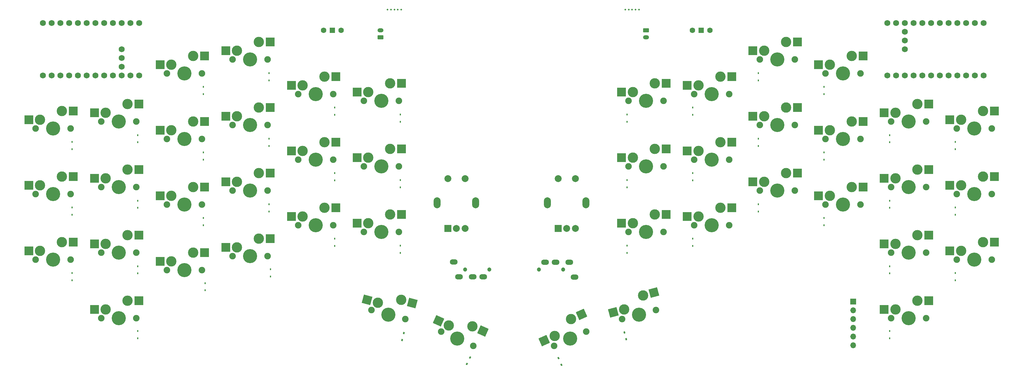
<source format=gbs>
%TF.GenerationSoftware,KiCad,Pcbnew,8.0.3*%
%TF.CreationDate,2025-01-04T16:23:02+09:00*%
%TF.ProjectId,manjaro_mx,6d616e6a-6172-46f5-9f6d-782e6b696361,rev?*%
%TF.SameCoordinates,Original*%
%TF.FileFunction,Soldermask,Bot*%
%TF.FilePolarity,Negative*%
%FSLAX46Y46*%
G04 Gerber Fmt 4.6, Leading zero omitted, Abs format (unit mm)*
G04 Created by KiCad (PCBNEW 8.0.3) date 2025-01-04 16:23:02*
%MOMM*%
%LPD*%
G01*
G04 APERTURE LIST*
G04 Aperture macros list*
%AMRoundRect*
0 Rectangle with rounded corners*
0 $1 Rounding radius*
0 $2 $3 $4 $5 $6 $7 $8 $9 X,Y pos of 4 corners*
0 Add a 4 corners polygon primitive as box body*
4,1,4,$2,$3,$4,$5,$6,$7,$8,$9,$2,$3,0*
0 Add four circle primitives for the rounded corners*
1,1,$1+$1,$2,$3*
1,1,$1+$1,$4,$5*
1,1,$1+$1,$6,$7*
1,1,$1+$1,$8,$9*
0 Add four rect primitives between the rounded corners*
20,1,$1+$1,$2,$3,$4,$5,0*
20,1,$1+$1,$4,$5,$6,$7,0*
20,1,$1+$1,$6,$7,$8,$9,0*
20,1,$1+$1,$8,$9,$2,$3,0*%
%AMRotRect*
0 Rectangle, with rotation*
0 The origin of the aperture is its center*
0 $1 length*
0 $2 width*
0 $3 Rotation angle, in degrees counterclockwise*
0 Add horizontal line*
21,1,$1,$2,0,0,$3*%
G04 Aperture macros list end*
%ADD10R,1.500000X1.500000*%
%ADD11C,1.600000*%
%ADD12C,1.200000*%
%ADD13O,2.300000X1.500000*%
%ADD14C,0.500000*%
%ADD15RoundRect,0.250000X0.625000X-0.350000X0.625000X0.350000X-0.625000X0.350000X-0.625000X-0.350000X0*%
%ADD16O,1.750000X1.200000*%
%ADD17R,1.700000X1.700000*%
%ADD18O,1.700000X1.700000*%
%ADD19C,1.752600*%
%ADD20O,2.000000X3.200000*%
%ADD21R,2.000000X2.000000*%
%ADD22C,2.000000*%
%ADD23RoundRect,0.250000X-0.625000X0.350000X-0.625000X-0.350000X0.625000X-0.350000X0.625000X0.350000X0*%
%ADD24R,0.450000X0.600000*%
%ADD25C,1.900000*%
%ADD26C,3.000000*%
%ADD27C,4.100000*%
%ADD28R,2.550000X2.500000*%
%ADD29RotRect,0.600000X0.450000X75.000000*%
%ADD30RotRect,2.550000X2.500000X24.000000*%
%ADD31RotRect,2.550000X2.500000X15.000000*%
%ADD32RotRect,0.600000X0.450000X66.000000*%
%ADD33RotRect,0.600000X0.450000X105.000000*%
%ADD34RotRect,0.600000X0.450000X114.000000*%
%ADD35RotRect,2.550000X2.500000X345.000000*%
%ADD36RotRect,2.550000X2.500000X336.000000*%
G04 APERTURE END LIST*
D10*
%TO.C,PowerSW1*%
X125000000Y-48500000D03*
D11*
X127540000Y-48500000D03*
X122460000Y-48500000D03*
%TD*%
D12*
%TO.C,J2*%
X170550000Y-118000000D03*
X163550000Y-118000000D03*
D13*
X160250000Y-115850000D03*
X168750000Y-120150000D03*
X165750000Y-120150000D03*
X161750000Y-120150000D03*
%TD*%
D14*
%TO.C,*%
X145000000Y-42500000D03*
%TD*%
%TO.C,*%
X144000000Y-42500000D03*
%TD*%
%TO.C,*%
X142000000Y-42500000D03*
%TD*%
%TO.C,*%
X141000000Y-42500000D03*
%TD*%
D15*
%TO.C,BT1*%
X139000000Y-50500000D03*
D16*
X139000000Y-48500000D03*
%TD*%
D17*
%TO.C,rJ3*%
X276150000Y-127340000D03*
D18*
X276150000Y-129880000D03*
X276150000Y-132420000D03*
X276150000Y-134960000D03*
X276150000Y-137500000D03*
X276150000Y-140040000D03*
%TD*%
D10*
%TO.C,rPowerSW1*%
X232050000Y-48500000D03*
D11*
X229510000Y-48500000D03*
X234590000Y-48500000D03*
%TD*%
D14*
%TO.C,*%
X210000000Y-42500000D03*
%TD*%
%TO.C,*%
X211000000Y-42500000D03*
%TD*%
%TO.C,*%
X212000000Y-42500000D03*
%TD*%
D19*
%TO.C,rU1*%
X313970000Y-46380000D03*
X311430000Y-46380000D03*
X308890000Y-46380000D03*
X306350000Y-46380000D03*
X303810000Y-46380000D03*
X301270000Y-46380000D03*
X298730000Y-46380000D03*
X296190000Y-46380000D03*
X293650000Y-46380000D03*
X291110000Y-46380000D03*
X288570000Y-46380000D03*
X286030000Y-46380000D03*
X286030000Y-61620000D03*
X288570000Y-61620000D03*
X291110000Y-61620000D03*
X293650000Y-61620000D03*
X296190000Y-61620000D03*
X298730000Y-61620000D03*
X301270000Y-61620000D03*
X303810000Y-61620000D03*
X306350000Y-61620000D03*
X308890000Y-61620000D03*
X311430000Y-61620000D03*
X313970000Y-61620000D03*
X291110000Y-48920000D03*
X291110000Y-51460000D03*
X291110000Y-54000000D03*
%TD*%
D20*
%TO.C,rEXSW1*%
X187400000Y-98600000D03*
X198600000Y-98600000D03*
D21*
X190500000Y-106100000D03*
D22*
X195500000Y-106100000D03*
X193000000Y-106100000D03*
X195500000Y-91600000D03*
X190500000Y-91600000D03*
%TD*%
D19*
%TO.C,U1*%
X41030000Y-61620000D03*
X43570000Y-61620000D03*
X46110000Y-61620000D03*
X48650000Y-61620000D03*
X51190000Y-61620000D03*
X53730000Y-61620000D03*
X56270000Y-61620000D03*
X58810000Y-61620000D03*
X61350000Y-61620000D03*
X63890000Y-61620000D03*
X66430000Y-61620000D03*
X68970000Y-61620000D03*
X68970000Y-46380000D03*
X66430000Y-46380000D03*
X63890000Y-46380000D03*
X61350000Y-46380000D03*
X58810000Y-46380000D03*
X56270000Y-46380000D03*
X53730000Y-46380000D03*
X51190000Y-46380000D03*
X48650000Y-46380000D03*
X46110000Y-46380000D03*
X43570000Y-46380000D03*
X41030000Y-46380000D03*
X63890000Y-59080000D03*
X63890000Y-56540000D03*
X63890000Y-54000000D03*
%TD*%
D20*
%TO.C,EXSW1*%
X155400000Y-98600000D03*
X166600000Y-98600000D03*
D21*
X158500000Y-106100000D03*
D22*
X163500000Y-106100000D03*
X161000000Y-106100000D03*
X163500000Y-91600000D03*
X158500000Y-91600000D03*
%TD*%
D23*
%TO.C,rBT1*%
X216000000Y-48500000D03*
D16*
X216000000Y-50500000D03*
%TD*%
D14*
%TO.C,*%
X213000000Y-42500000D03*
%TD*%
%TO.C,*%
X143000000Y-42500000D03*
%TD*%
D12*
%TO.C,rJ2*%
X184950000Y-118050000D03*
X191950000Y-118050000D03*
D13*
X195250000Y-120200000D03*
X186750000Y-115900000D03*
X189750000Y-115900000D03*
X193750000Y-115900000D03*
%TD*%
D14*
%TO.C,*%
X214000000Y-42500000D03*
%TD*%
D24*
%TO.C,D7*%
X144750000Y-94100000D03*
X144750000Y-92000000D03*
%TD*%
D25*
%TO.C,rSW13*%
X221080000Y-107100000D03*
D26*
X218540000Y-102020000D03*
D27*
X216000000Y-107100000D03*
D26*
X212190000Y-104560000D03*
D25*
X210920000Y-107100000D03*
D28*
X208915000Y-104560000D03*
X221842000Y-102020000D03*
%TD*%
D24*
%TO.C,D9*%
X106650000Y-82100000D03*
X106650000Y-80000000D03*
%TD*%
D25*
%TO.C,rSW2*%
X240130000Y-67000000D03*
D26*
X237590000Y-61920000D03*
D27*
X235050000Y-67000000D03*
D26*
X231240000Y-64460000D03*
D25*
X229970000Y-67000000D03*
D28*
X227965000Y-64460000D03*
X240892000Y-61920000D03*
%TD*%
D25*
%TO.C,rSW5*%
X297280000Y-75000000D03*
D26*
X294740000Y-69920000D03*
D27*
X292200000Y-75000000D03*
D26*
X288390000Y-72460000D03*
D25*
X287120000Y-75000000D03*
D28*
X285115000Y-72460000D03*
X298042000Y-69920000D03*
%TD*%
D24*
%TO.C,D16*%
X87600000Y-105150000D03*
X87600000Y-103050000D03*
%TD*%
D25*
%TO.C,rSW14*%
X240130000Y-105100000D03*
D26*
X237590000Y-100020000D03*
D27*
X235050000Y-105100000D03*
D26*
X231240000Y-102560000D03*
D25*
X229970000Y-105100000D03*
D28*
X227965000Y-102560000D03*
X240892000Y-100020000D03*
%TD*%
D24*
%TO.C,rD1*%
X210500000Y-75050000D03*
X210500000Y-72950000D03*
%TD*%
D25*
%TO.C,rSW15*%
X259180000Y-95100000D03*
D26*
X256640000Y-90020000D03*
D27*
X254100000Y-95100000D03*
D26*
X250290000Y-92560000D03*
D25*
X249020000Y-95100000D03*
D28*
X247015000Y-92560000D03*
X259942000Y-90020000D03*
%TD*%
D25*
%TO.C,rSW21*%
X297280000Y-132150000D03*
D26*
X294740000Y-127070000D03*
D27*
X292200000Y-132150000D03*
D26*
X288390000Y-129610000D03*
D25*
X287120000Y-132150000D03*
D28*
X285115000Y-129610000D03*
X298042000Y-127070000D03*
%TD*%
D24*
%TO.C,rD3*%
X248600000Y-63050000D03*
X248600000Y-60950000D03*
%TD*%
%TO.C,D23*%
X68550000Y-138000000D03*
X68550000Y-135900000D03*
%TD*%
%TO.C,rD15*%
X248600000Y-101150000D03*
X248600000Y-99050000D03*
%TD*%
%TO.C,rD13*%
X210500000Y-113150000D03*
X210500000Y-111050000D03*
%TD*%
D25*
%TO.C,rSW8*%
X240130000Y-86050000D03*
D26*
X237590000Y-80970000D03*
D27*
X235050000Y-86050000D03*
D26*
X231240000Y-83510000D03*
D25*
X229970000Y-86050000D03*
D28*
X227965000Y-83510000D03*
X240892000Y-80970000D03*
%TD*%
D24*
%TO.C,D15*%
X106650000Y-101150000D03*
X106650000Y-99050000D03*
%TD*%
D25*
%TO.C,SW15*%
X106230000Y-95100000D03*
D26*
X103690000Y-90020000D03*
D27*
X101150000Y-95100000D03*
D26*
X97340000Y-92560000D03*
D25*
X96070000Y-95100000D03*
D28*
X94065000Y-92560000D03*
X106992000Y-90020000D03*
%TD*%
D25*
%TO.C,SW10*%
X87180000Y-80050000D03*
D26*
X84640000Y-74970000D03*
D27*
X82100000Y-80050000D03*
D26*
X78290000Y-77510000D03*
D25*
X77020000Y-80050000D03*
D28*
X75015000Y-77510000D03*
X87942000Y-74970000D03*
%TD*%
D25*
%TO.C,SW21*%
X106230000Y-114150000D03*
D26*
X103690000Y-109070000D03*
D27*
X101150000Y-114150000D03*
D26*
X97340000Y-111610000D03*
D25*
X96070000Y-114150000D03*
D28*
X94065000Y-111610000D03*
X106992000Y-109070000D03*
%TD*%
D24*
%TO.C,rD16*%
X267650000Y-105150000D03*
X267650000Y-103050000D03*
%TD*%
D25*
%TO.C,SW16*%
X87180000Y-99100000D03*
D26*
X84640000Y-94020000D03*
D27*
X82100000Y-99100000D03*
D26*
X78290000Y-96560000D03*
D25*
X77020000Y-99100000D03*
D28*
X75015000Y-96560000D03*
X87942000Y-94020000D03*
%TD*%
D25*
%TO.C,rSW4*%
X278230000Y-61000000D03*
D26*
X275690000Y-55920000D03*
D27*
X273150000Y-61000000D03*
D26*
X269340000Y-58460000D03*
D25*
X268070000Y-61000000D03*
D28*
X266065000Y-58460000D03*
X278992000Y-55920000D03*
%TD*%
D24*
%TO.C,D18*%
X49500000Y-121150000D03*
X49500000Y-119050000D03*
%TD*%
D29*
%TO.C,D20*%
X145228240Y-138514222D03*
X145771760Y-136485778D03*
%TD*%
D25*
%TO.C,SW22*%
X87180000Y-118150000D03*
D26*
X84640000Y-113070000D03*
D27*
X82100000Y-118150000D03*
D26*
X78290000Y-115610000D03*
D25*
X77020000Y-118150000D03*
D28*
X75015000Y-115610000D03*
X87942000Y-113070000D03*
%TD*%
D24*
%TO.C,D1*%
X144750000Y-75050000D03*
X144750000Y-72950000D03*
%TD*%
D25*
%TO.C,rSW18*%
X316330000Y-115100000D03*
D26*
X313790000Y-110020000D03*
D27*
X311250000Y-115100000D03*
D26*
X307440000Y-112560000D03*
D25*
X306170000Y-115100000D03*
D28*
X304165000Y-112560000D03*
X317092000Y-110020000D03*
%TD*%
D24*
%TO.C,rD11*%
X286700000Y-100100000D03*
X286700000Y-98000000D03*
%TD*%
D25*
%TO.C,rSW1*%
X221080000Y-69000000D03*
D26*
X218540000Y-63920000D03*
D27*
X216000000Y-69000000D03*
D26*
X212190000Y-66460000D03*
D25*
X210920000Y-69000000D03*
D28*
X208915000Y-66460000D03*
X221842000Y-63920000D03*
%TD*%
D24*
%TO.C,rD7*%
X210500000Y-94100000D03*
X210500000Y-92000000D03*
%TD*%
D25*
%TO.C,rSW10*%
X278230000Y-80050000D03*
D26*
X275690000Y-74970000D03*
D27*
X273150000Y-80050000D03*
D26*
X269340000Y-77510000D03*
D25*
X268070000Y-80050000D03*
D28*
X266065000Y-77510000D03*
X278992000Y-74970000D03*
%TD*%
D24*
%TO.C,rD8*%
X229550000Y-92100000D03*
X229550000Y-90000000D03*
%TD*%
%TO.C,D21*%
X107050000Y-120050000D03*
X107050000Y-117950000D03*
%TD*%
D25*
%TO.C,SW3*%
X106230000Y-57000000D03*
D26*
X103690000Y-51920000D03*
D27*
X101150000Y-57000000D03*
D26*
X97340000Y-54460000D03*
D25*
X96070000Y-57000000D03*
D28*
X94065000Y-54460000D03*
X106992000Y-51920000D03*
%TD*%
D24*
%TO.C,D22*%
X88050000Y-124050000D03*
X88050000Y-121950000D03*
%TD*%
%TO.C,D14*%
X125700000Y-111150000D03*
X125700000Y-109050000D03*
%TD*%
D25*
%TO.C,SW9*%
X106230000Y-76050000D03*
D26*
X103690000Y-70970000D03*
D27*
X101150000Y-76050000D03*
D26*
X97340000Y-73510000D03*
D25*
X96070000Y-76050000D03*
D28*
X94065000Y-73510000D03*
X106992000Y-70970000D03*
%TD*%
D24*
%TO.C,D13*%
X144750000Y-113150000D03*
X144750000Y-111050000D03*
%TD*%
D25*
%TO.C,rSW19*%
X198640811Y-136033778D03*
D26*
X194254183Y-132426078D03*
D27*
X194000000Y-138100000D03*
D26*
X189486281Y-137329261D03*
D25*
X189359189Y-140166222D03*
D30*
X186494419Y-138661324D03*
X197270710Y-131083034D03*
%TD*%
D25*
%TO.C,SW6*%
X49080000Y-77000000D03*
D26*
X46540000Y-71920000D03*
D27*
X44000000Y-77000000D03*
D26*
X40190000Y-74460000D03*
D25*
X38920000Y-77000000D03*
D28*
X36915000Y-74460000D03*
X49842000Y-71920000D03*
%TD*%
D25*
%TO.C,rSW20*%
X218906903Y-129785200D03*
D26*
X215138650Y-125535696D03*
D27*
X214000000Y-131100000D03*
D26*
X209662422Y-129632649D03*
D25*
X209093097Y-132414800D03*
D31*
X206499015Y-130480281D03*
X218328138Y-124681076D03*
%TD*%
D32*
%TO.C,D19*%
X164072927Y-145459223D03*
X164927073Y-143540777D03*
%TD*%
D24*
%TO.C,rD21*%
X286700000Y-138000000D03*
X286700000Y-135900000D03*
%TD*%
D25*
%TO.C,SW5*%
X68130000Y-75000000D03*
D26*
X65590000Y-69920000D03*
D27*
X63050000Y-75000000D03*
D26*
X59240000Y-72460000D03*
D25*
X57970000Y-75000000D03*
D28*
X55965000Y-72460000D03*
X68892000Y-69920000D03*
%TD*%
D24*
%TO.C,rD4*%
X267650000Y-67050000D03*
X267650000Y-64950000D03*
%TD*%
D25*
%TO.C,SW23*%
X68130000Y-132150000D03*
D26*
X65590000Y-127070000D03*
D27*
X63050000Y-132150000D03*
D26*
X59240000Y-129610000D03*
D25*
X57970000Y-132150000D03*
D28*
X55965000Y-129610000D03*
X68892000Y-127070000D03*
%TD*%
D25*
%TO.C,SW18*%
X49080000Y-115100000D03*
D26*
X46540000Y-110020000D03*
D27*
X44000000Y-115100000D03*
D26*
X40190000Y-112560000D03*
D25*
X38920000Y-115100000D03*
D28*
X36915000Y-112560000D03*
X49842000Y-110020000D03*
%TD*%
D25*
%TO.C,rSW12*%
X316330000Y-96050000D03*
D26*
X313790000Y-90970000D03*
D27*
X311250000Y-96050000D03*
D26*
X307440000Y-93510000D03*
D25*
X306170000Y-96050000D03*
D28*
X304165000Y-93510000D03*
X317092000Y-90970000D03*
%TD*%
D25*
%TO.C,SW12*%
X49080000Y-96050000D03*
D26*
X46540000Y-90970000D03*
D27*
X44000000Y-96050000D03*
D26*
X40190000Y-93510000D03*
D25*
X38920000Y-96050000D03*
D28*
X36915000Y-93510000D03*
X49842000Y-90970000D03*
%TD*%
D24*
%TO.C,D3*%
X106650000Y-63050000D03*
X106650000Y-60950000D03*
%TD*%
%TO.C,rD9*%
X248600000Y-82100000D03*
X248600000Y-80000000D03*
%TD*%
D25*
%TO.C,rSW6*%
X316330000Y-77000000D03*
D26*
X313790000Y-71920000D03*
D27*
X311250000Y-77000000D03*
D26*
X307440000Y-74460000D03*
D25*
X306170000Y-77000000D03*
D28*
X304165000Y-74460000D03*
X317092000Y-71920000D03*
%TD*%
D25*
%TO.C,SW8*%
X125280000Y-86050000D03*
D26*
X122740000Y-80970000D03*
D27*
X120200000Y-86050000D03*
D26*
X116390000Y-83510000D03*
D25*
X115120000Y-86050000D03*
D28*
X113115000Y-83510000D03*
X126042000Y-80970000D03*
%TD*%
D25*
%TO.C,rSW16*%
X278230000Y-99100000D03*
D26*
X275690000Y-94020000D03*
D27*
X273150000Y-99100000D03*
D26*
X269340000Y-96560000D03*
D25*
X268070000Y-99100000D03*
D28*
X266065000Y-96560000D03*
X278992000Y-94020000D03*
%TD*%
D25*
%TO.C,SW7*%
X144330000Y-88050000D03*
D26*
X141790000Y-82970000D03*
D27*
X139250000Y-88050000D03*
D26*
X135440000Y-85510000D03*
D25*
X134170000Y-88050000D03*
D28*
X132165000Y-85510000D03*
X145092000Y-82970000D03*
%TD*%
D24*
%TO.C,D10*%
X87600000Y-86100000D03*
X87600000Y-84000000D03*
%TD*%
D25*
%TO.C,SW11*%
X68130000Y-94050000D03*
D26*
X65590000Y-88970000D03*
D27*
X63050000Y-94050000D03*
D26*
X59240000Y-91510000D03*
D25*
X57970000Y-94050000D03*
D28*
X55965000Y-91510000D03*
X68892000Y-88970000D03*
%TD*%
D24*
%TO.C,rD14*%
X229550000Y-111150000D03*
X229550000Y-109050000D03*
%TD*%
%TO.C,rD5*%
X286700000Y-81050000D03*
X286700000Y-78950000D03*
%TD*%
D33*
%TO.C,rD20*%
X210285982Y-138285982D03*
X209742462Y-136257538D03*
%TD*%
D24*
%TO.C,rD6*%
X305750000Y-83050000D03*
X305750000Y-80950000D03*
%TD*%
D25*
%TO.C,SW14*%
X125280000Y-105100000D03*
D26*
X122740000Y-100020000D03*
D27*
X120200000Y-105100000D03*
D26*
X116390000Y-102560000D03*
D25*
X115120000Y-105100000D03*
D28*
X113115000Y-102560000D03*
X126042000Y-100020000D03*
%TD*%
D24*
%TO.C,D2*%
X125700000Y-73050000D03*
X125700000Y-70950000D03*
%TD*%
D25*
%TO.C,SW13*%
X144330000Y-107100000D03*
D26*
X141790000Y-102020000D03*
D27*
X139250000Y-107100000D03*
D26*
X135440000Y-104560000D03*
D25*
X134170000Y-107100000D03*
D28*
X132165000Y-104560000D03*
X145092000Y-102020000D03*
%TD*%
D24*
%TO.C,D17*%
X68550000Y-119150000D03*
X68550000Y-117050000D03*
%TD*%
%TO.C,D11*%
X68550000Y-100100000D03*
X68550000Y-98000000D03*
%TD*%
%TO.C,rD10*%
X267650000Y-86100000D03*
X267650000Y-84000000D03*
%TD*%
%TO.C,D4*%
X87600000Y-67050000D03*
X87600000Y-64950000D03*
%TD*%
D25*
%TO.C,rSW7*%
X221080000Y-88050000D03*
D26*
X218540000Y-82970000D03*
D27*
X216000000Y-88050000D03*
D26*
X212190000Y-85510000D03*
D25*
X210920000Y-88050000D03*
D28*
X208915000Y-85510000D03*
X221842000Y-82970000D03*
%TD*%
D24*
%TO.C,rD17*%
X286700000Y-119150000D03*
X286700000Y-117050000D03*
%TD*%
D25*
%TO.C,SW17*%
X68130000Y-113100000D03*
D26*
X65590000Y-108020000D03*
D27*
X63050000Y-113100000D03*
D26*
X59240000Y-110560000D03*
D25*
X57970000Y-113100000D03*
D28*
X55965000Y-110560000D03*
X68892000Y-108020000D03*
%TD*%
D25*
%TO.C,SW4*%
X87180000Y-61000000D03*
D26*
X84640000Y-55920000D03*
D27*
X82100000Y-61000000D03*
D26*
X78290000Y-58460000D03*
D25*
X77020000Y-61000000D03*
D28*
X75015000Y-58460000D03*
X87942000Y-55920000D03*
%TD*%
D24*
%TO.C,D5*%
X68550000Y-81050000D03*
X68550000Y-78950000D03*
%TD*%
D34*
%TO.C,rD19*%
X191467850Y-145687463D03*
X190613704Y-143769017D03*
%TD*%
D24*
%TO.C,D6*%
X49500000Y-83050000D03*
X49500000Y-80950000D03*
%TD*%
D25*
%TO.C,SW2*%
X125280000Y-67000000D03*
D26*
X122740000Y-61920000D03*
D27*
X120200000Y-67000000D03*
D26*
X116390000Y-64460000D03*
D25*
X115120000Y-67000000D03*
D28*
X113115000Y-64460000D03*
X126042000Y-61920000D03*
%TD*%
D25*
%TO.C,rSW3*%
X259180000Y-57000000D03*
D26*
X256640000Y-51920000D03*
D27*
X254100000Y-57000000D03*
D26*
X250290000Y-54460000D03*
D25*
X249020000Y-57000000D03*
D28*
X247015000Y-54460000D03*
X259942000Y-51920000D03*
%TD*%
D25*
%TO.C,SW20*%
X146156903Y-132414801D03*
D26*
X145018252Y-126850497D03*
D27*
X141250000Y-131100000D03*
D26*
X138227223Y-127660448D03*
D25*
X136343097Y-129785199D03*
D35*
X135063816Y-126812815D03*
X148207739Y-127705118D03*
%TD*%
D24*
%TO.C,rD2*%
X229550000Y-73050000D03*
X229550000Y-70950000D03*
%TD*%
D25*
%TO.C,rSW9*%
X259180000Y-76050000D03*
D26*
X256640000Y-70970000D03*
D27*
X254100000Y-76050000D03*
D26*
X250290000Y-73510000D03*
D25*
X249020000Y-76050000D03*
D28*
X247015000Y-73510000D03*
X259942000Y-70970000D03*
%TD*%
D25*
%TO.C,rSW17*%
X297280000Y-113100000D03*
D26*
X294740000Y-108020000D03*
D27*
X292200000Y-113100000D03*
D26*
X288390000Y-110560000D03*
D25*
X287120000Y-113100000D03*
D28*
X285115000Y-110560000D03*
X298042000Y-108020000D03*
%TD*%
D24*
%TO.C,rD18*%
X305750000Y-121150000D03*
X305750000Y-119050000D03*
%TD*%
%TO.C,D8*%
X125700000Y-92100000D03*
X125700000Y-90000000D03*
%TD*%
%TO.C,D12*%
X49500000Y-102100000D03*
X49500000Y-100000000D03*
%TD*%
%TO.C,rD12*%
X305750000Y-102100000D03*
X305750000Y-100000000D03*
%TD*%
D25*
%TO.C,SW19*%
X165890811Y-140166222D03*
D26*
X165636628Y-134492300D03*
D27*
X161250000Y-138100000D03*
D26*
X158802503Y-134229928D03*
D25*
X156609189Y-136033778D03*
D36*
X155810642Y-132897865D03*
X168653155Y-135835345D03*
%TD*%
D25*
%TO.C,SW1*%
X144330000Y-69000000D03*
D26*
X141790000Y-63920000D03*
D27*
X139250000Y-69000000D03*
D26*
X135440000Y-66460000D03*
D25*
X134170000Y-69000000D03*
D28*
X132165000Y-66460000D03*
X145092000Y-63920000D03*
%TD*%
D25*
%TO.C,rSW11*%
X297280000Y-94050000D03*
D26*
X294740000Y-88970000D03*
D27*
X292200000Y-94050000D03*
D26*
X288390000Y-91510000D03*
D25*
X287120000Y-94050000D03*
D28*
X285115000Y-91510000D03*
X298042000Y-88970000D03*
%TD*%
M02*

</source>
